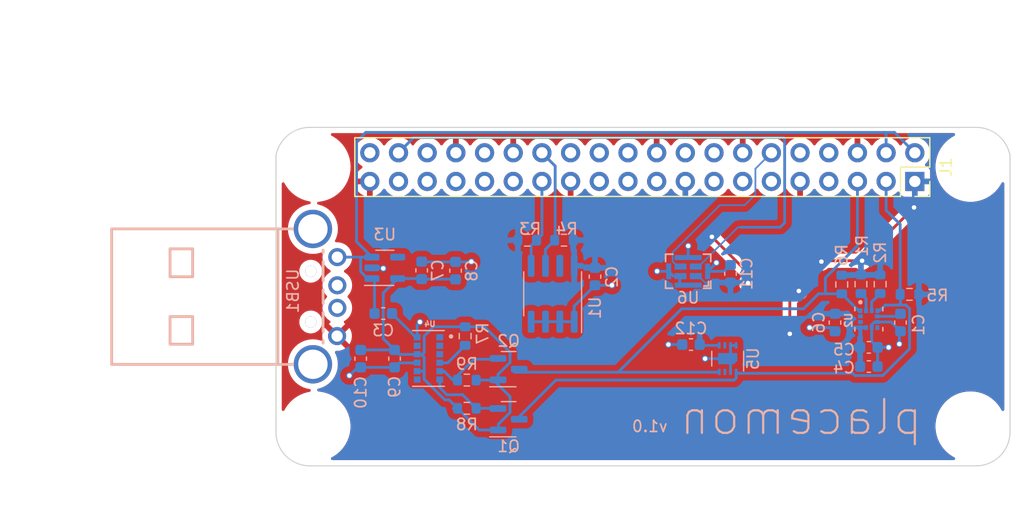
<source format=kicad_pcb>
(kicad_pcb (version 20211014) (generator pcbnew)
  (layers (0 "F.Cu" signal) (31 "B.Cu" signal) (34 "B.Paste" user) (35 "F.Paste" user) (36 "B.SilkS" user "B.Silkscreen") (37 "F.SilkS" user "F.Silkscreen") (38 "B.Mask" user) (39 "F.Mask" user) (44 "Edge.Cuts" user))
  (net 0 "")
  (net 1 "+3V3")
  (net 2 "GND")
  (net 3 "SDA")
  (net 4 "SCK")
  (net 5 "+5V")
  (net 20 "ID_SD")
  (net 21 "ID_SC")
  (net 30 "clock")
  (net 31 "data")
  (net 32 "Net-(R2-Pad2)")
  (net 37 "Net-(C1-Pad1)")
  (net 38 "+2V8")
  (net 40 "SDA_2V8")
  (net 41 "SCK_2V8")
  (net 42 "Net-(R1-Pad2)")
  (net 43 "Net-(R7-Pad2)")
  (footprint "RPi_Hat:RPi_Hat_Mounting_Hole" (layer "F.Cu") (at 74 28)
    (fp_text reference "" hide)
    (fp_text value "" hide)
    (pad "" np_thru_hole circle locked (at 0 0) (size 2.75 2.75) (drill 2.75) (layers *.Cu *.Mask) (clearance 1.725))
  )
  (footprint "RPi_Hat:RPi_Hat_Mounting_Hole" (layer "F.Cu") (at 16 28)
    (fp_text reference "" hide)
    (fp_text value "" hide)
    (pad "" np_thru_hole circle locked (at 0 0) (size 2.75 2.75) (drill 2.75) (layers *.Cu *.Mask) (clearance 1.725))
  )
  (footprint "RPi_Hat:RPi_Hat_Mounting_Hole" (layer "F.Cu") (at 74 51)
    (fp_text reference "" hide)
    (fp_text value "" hide)
    (pad "" np_thru_hole circle locked (at 0 0) (size 2.75 2.75) (drill 2.75) (layers *.Cu *.Mask) (clearance 1.725))
  )
  (footprint "RPi_Hat:RPi_Hat_Mounting_Hole" (layer "F.Cu") (at 16 51)
    (fp_text reference "" hide)
    (fp_text value "" hide)
    (pad "" np_thru_hole circle locked (at 0 0) (size 2.75 2.75) (drill 2.75) (layers *.Cu *.Mask) (clearance 1.725))
  )
  (footprint "Connector_PinSocket_2.54mm:PinSocket_2x20_P2.54mm_Vertical" (layer "F.Cu") (at 69.07 29.29 -90)
    (fp_text reference "J1" (at -1.27 -2.77 90) (layer "F.SilkS"))
    (fp_text value "RPi_GPIO")
    (pad "1" thru_hole rect (at 0 0 270) (size 1.7 1.7) (drill 1) (layers *.Cu *.Mask) (net 1 "+3V3"))
    (pad "2" thru_hole oval (at -2.54 0 270) (size 1.7 1.7) (drill 1) (layers *.Cu *.Mask) (net 5 "+5V"))
    (pad "3" thru_hole oval (at 0 2.54 270) (size 1.7 1.7) (drill 1) (layers *.Cu *.Mask) (net 3 "SDA"))
    (pad "4" thru_hole oval (at -2.54 2.54 270) (size 1.7 1.7) (drill 1) (layers *.Cu *.Mask) (net 5 "+5V"))
    (pad "5" thru_hole oval (at 0 5.08 270) (size 1.7 1.7) (drill 1) (layers *.Cu *.Mask) (net 4 "SCK"))
    (pad "6" thru_hole oval (at -2.54 5.08 270) (size 1.7 1.7) (drill 1) (layers *.Cu *.Mask) (net 2 "GND"))
    (pad "7" thru_hole oval (at 0 7.62 270) (size 1.7 1.7) (drill 1) (layers *.Cu *.Mask))
    (pad "8" thru_hole oval (at -2.54 7.62 270) (size 1.7 1.7) (drill 1) (layers *.Cu *.Mask))
    (pad "9" thru_hole oval (at 0 10.16 270) (size 1.7 1.7) (drill 1) (layers *.Cu *.Mask) (net 2 "GND"))
    (pad "10" thru_hole oval (at -2.54 10.16 270) (size 1.7 1.7) (drill 1) (layers *.Cu *.Mask))
    (pad "11" thru_hole oval (at 0 12.7 270) (size 1.7 1.7) (drill 1) (layers *.Cu *.Mask))
    (pad "12" thru_hole oval (at -2.54 12.7 270) (size 1.7 1.7) (drill 1) (layers *.Cu *.Mask) (net 30 "clock"))
    (pad "13" thru_hole oval (at 0 15.24 270) (size 1.7 1.7) (drill 1) (layers *.Cu *.Mask))
    (pad "14" thru_hole oval (at -2.54 15.24 270) (size 1.7 1.7) (drill 1) (layers *.Cu *.Mask) (net 2 "GND"))
    (pad "15" thru_hole oval (at 0 17.78 270) (size 1.7 1.7) (drill 1) (layers *.Cu *.Mask))
    (pad "16" thru_hole oval (at -2.54 17.78 270) (size 1.7 1.7) (drill 1) (layers *.Cu *.Mask))
    (pad "17" thru_hole oval (at 0 20.32 270) (size 1.7 1.7) (drill 1) (layers *.Cu *.Mask) (net 1 "+3V3"))
    (pad "18" thru_hole oval (at -2.54 20.32 270) (size 1.7 1.7) (drill 1) (layers *.Cu *.Mask))
    (pad "19" thru_hole oval (at 0 22.86 270) (size 1.7 1.7) (drill 1) (layers *.Cu *.Mask))
    (pad "20" thru_hole oval (at -2.54 22.86 270) (size 1.7 1.7) (drill 1) (layers *.Cu *.Mask) (net 2 "GND"))
    (pad "21" thru_hole oval (at 0 25.4 270) (size 1.7 1.7) (drill 1) (layers *.Cu *.Mask))
    (pad "22" thru_hole oval (at -2.54 25.4 270) (size 1.7 1.7) (drill 1) (layers *.Cu *.Mask))
    (pad "23" thru_hole oval (at 0 27.94 270) (size 1.7 1.7) (drill 1) (layers *.Cu *.Mask))
    (pad "24" thru_hole oval (at -2.54 27.94 270) (size 1.7 1.7) (drill 1) (layers *.Cu *.Mask))
    (pad "25" thru_hole oval (at 0 30.48 270) (size 1.7 1.7) (drill 1) (layers *.Cu *.Mask) (net 2 "GND"))
    (pad "26" thru_hole oval (at -2.54 30.48 270) (size 1.7 1.7) (drill 1) (layers *.Cu *.Mask))
    (pad "27" thru_hole oval (at 0 33.02 270) (size 1.7 1.7) (drill 1) (layers *.Cu *.Mask) (net 20 "ID_SD"))
    (pad "28" thru_hole oval (at -2.54 33.02 270) (size 1.7 1.7) (drill 1) (layers *.Cu *.Mask) (net 21 "ID_SC"))
    (pad "29" thru_hole oval (at 0 35.56 270) (size 1.7 1.7) (drill 1) (layers *.Cu *.Mask))
    (pad "30" thru_hole oval (at -2.54 35.56 270) (size 1.7 1.7) (drill 1) (layers *.Cu *.Mask) (net 2 "GND"))
    (pad "31" thru_hole oval (at 0 38.1 270) (size 1.7 1.7) (drill 1) (layers *.Cu *.Mask))
    (pad "32" thru_hole oval (at -2.54 38.1 270) (size 1.7 1.7) (drill 1) (layers *.Cu *.Mask))
    (pad "33" thru_hole oval (at 0 40.64 270) (size 1.7 1.7) (drill 1) (layers *.Cu *.Mask))
    (pad "34" thru_hole oval (at -2.54 40.64 270) (size 1.7 1.7) (drill 1) (layers *.Cu *.Mask) (net 2 "GND"))
    (pad "35" thru_hole oval (at 0 43.18 270) (size 1.7 1.7) (drill 1) (layers *.Cu *.Mask))
    (pad "36" thru_hole oval (at -2.54 43.18 270) (size 1.7 1.7) (drill 1) (layers *.Cu *.Mask))
    (pad "37" thru_hole oval (at 0 45.72 270) (size 1.7 1.7) (drill 1) (layers *.Cu *.Mask))
    (pad "38" thru_hole oval (at -2.54 45.72 270) (size 1.7 1.7) (drill 1) (layers *.Cu *.Mask) (net 31 "data"))
    (pad "39" thru_hole oval (at 0 48.26 270) (size 1.7 1.7) (drill 1) (layers *.Cu *.Mask) (net 2 "GND"))
    (pad "40" thru_hole oval (at -2.54 48.26 270) (size 1.7 1.7) (drill 1) (layers *.Cu *.Mask))
  )
  (footprint "Resistor_SMD:R_0603_1608Metric" (layer "B.Cu") (at 68.6 39.3 180)
    (fp_text reference "R5" (at -2.475 -0.1) (layer "B.SilkS") (effects (justify mirror)))
    (fp_text value "3.9K")
    (pad "1" smd roundrect (at -0.825 0 180) (size 0.8 0.95) (layers "B.Cu" "B.Paste" "B.Mask") (net 1 "+3V3"))
    (pad "2" smd roundrect (at 0.825 0 180) (size 0.8 0.95) (layers "B.Cu" "B.Paste" "B.Mask") (net 3 "SDA"))
  )
  (footprint "Capacitor_SMD:C_0603_1608Metric" (layer "B.Cu") (at 65 45.7)
    (fp_text reference "C4" (at -2.2 0.1) (layer "B.SilkS") (effects (justify mirror)))
    (fp_text value "10uF")
    (pad "1" smd roundrect (at -0.775 0) (size 0.9 0.95) (layers "B.Cu" "B.Paste" "B.Mask") (net 1 "+3V3"))
    (pad "2" smd roundrect (at 0.775 0) (size 0.9 0.95) (layers "B.Cu" "B.Paste" "B.Mask") (net 2 "GND"))
  )
  (footprint "Resistor_SMD:R_0603_1608Metric" (layer "B.Cu") (at 29.4 49.4)
    (fp_text reference "R8" (at 0 1.43) (layer "B.SilkS") (effects (justify mirror)))
    (fp_text value "3.9K")
    (pad "1" smd roundrect (at -0.825 0) (size 0.8 0.95) (layers "B.Cu" "B.Paste" "B.Mask") (net 38 "+2V8"))
    (pad "2" smd roundrect (at 0.825 0) (size 0.8 0.95) (layers "B.Cu" "B.Paste" "B.Mask") (net 40 "SDA_2V8"))
  )
  (footprint "Package_TO_SOT_SMD:SOT-23-5" (layer "B.Cu") (at 22.1375 36.95)
    (fp_text reference "U3" (at 0 -2.95) (layer "B.SilkS") (effects (justify mirror)))
    (fp_text value "LP5907MFX-2.8")
    (pad "1" smd roundrect (at -1.1375 0.95) (size 1.325 0.6) (layers "B.Cu" "B.Paste" "B.Mask") (net 5 "+5V"))
    (pad "2" smd roundrect (at -1.1375 0) (size 1.325 0.6) (layers "B.Cu" "B.Paste" "B.Mask") (net 2 "GND"))
    (pad "3" smd roundrect (at -1.1375 -0.95) (size 1.325 0.6) (layers "B.Cu" "B.Paste" "B.Mask") (net 5 "+5V"))
    (pad "4" smd roundrect (at 1.1375 -0.95) (size 1.325 0.6) (layers "B.Cu" "B.Paste" "B.Mask"))
    (pad "5" smd roundrect (at 1.1375 0.95) (size 1.325 0.6) (layers "B.Cu" "B.Paste" "B.Mask") (net 38 "+2V8"))
  )
  (footprint "Capacitor_SMD:C_0603_1608Metric" (layer "B.Cu") (at 20 45 -90)
    (fp_text reference "C10" (at 3 0 90) (layer "B.SilkS") (effects (justify mirror)))
    (fp_text value "4.7uF")
    (pad "1" smd roundrect (at -0.775 0 270) (size 0.9 0.95) (layers "B.Cu" "B.Paste" "B.Mask") (net 38 "+2V8"))
    (pad "2" smd roundrect (at 0.775 0 270) (size 0.9 0.95) (layers "B.Cu" "B.Paste" "B.Mask") (net 2 "GND"))
  )
  (footprint "Capacitor_SMD:C_0603_1608Metric" (layer "B.Cu") (at 28.4 37.2 90)
    (fp_text reference "C8" (at 0 1.43 90) (layer "B.SilkS") (effects (justify mirror)))
    (fp_text value "0.1uF")
    (pad "1" smd roundrect (at -0.775 0 90) (size 0.9 0.95) (layers "B.Cu" "B.Paste" "B.Mask") (net 38 "+2V8"))
    (pad "2" smd roundrect (at 0.775 0 90) (size 0.9 0.95) (layers "B.Cu" "B.Paste" "B.Mask") (net 2 "GND"))
  )
  (footprint "Resistor_SMD:R_0603_1608Metric" (layer "B.Cu") (at 38 34.5 180)
    (fp_text reference "R4" (at -0.25 1) (layer "B.SilkS") (effects (justify mirror)))
    (fp_text value "3.9K")
    (pad "1" smd roundrect (at -0.825 0 180) (size 0.8 0.95) (layers "B.Cu" "B.Paste" "B.Mask") (net 1 "+3V3"))
    (pad "2" smd roundrect (at 0.825 0 180) (size 0.8 0.95) (layers "B.Cu" "B.Paste" "B.Mask") (net 21 "ID_SC"))
  )
  (footprint "mic:PQFN50P200X200X100-12N" (layer "B.Cu") (at 65 41.5 -90)
    (fp_text reference "U2" (at 0.1 1.8 90) (layer "B.SilkS") (effects (font (size 0.64 0.64)) (justify mirror)))
    (fp_text value "LSM303AGR")
    (pad "1" smd rect locked (at -0.745 0.75 270) (size 0.43 0.35) (layers "B.Cu" "B.Paste" "B.Mask") (net 4 "SCK"))
    (pad "2" smd rect locked (at -0.745 0.25 270) (size 0.43 0.35) (layers "B.Cu" "B.Paste" "B.Mask") (net 42 "Net-(R1-Pad2)"))
    (pad "3" smd rect locked (at -0.745 -0.25 270) (size 0.43 0.35) (layers "B.Cu" "B.Paste" "B.Mask") (net 32 "Net-(R2-Pad2)"))
    (pad "4" smd rect locked (at -0.745 -0.75 270) (size 0.43 0.35) (layers "B.Cu" "B.Paste" "B.Mask") (net 3 "SDA"))
    (pad "5" smd rect locked (at -0.25 -0.745 180) (size 0.43 0.35) (layers "B.Cu" "B.Paste" "B.Mask") (net 37 "Net-(C1-Pad1)"))
    (pad "6" smd rect locked (at 0.25 -0.745 180) (size 0.43 0.35) (layers "B.Cu" "B.Paste" "B.Mask") (net 2 "GND"))
    (pad "7" smd rect locked (at 0.745 -0.75 270) (size 0.43 0.35) (layers "B.Cu" "B.Paste" "B.Mask"))
    (pad "8" smd rect locked (at 0.745 -0.25 270) (size 0.43 0.35) (layers "B.Cu" "B.Paste" "B.Mask") (net 2 "GND"))
    (pad "9" smd rect locked (at 0.745 0.25 270) (size 0.43 0.35) (layers "B.Cu" "B.Paste" "B.Mask") (net 1 "+3V3"))
    (pad "10" smd rect locked (at 0.745 0.75 270) (size 0.43 0.35) (layers "B.Cu" "B.Paste" "B.Mask") (net 1 "+3V3"))
    (pad "11" smd rect locked (at 0.25 0.745 180) (size 0.43 0.35) (layers "B.Cu" "B.Paste" "B.Mask"))
    (pad "12" smd rect locked (at -0.25 0.745 180) (size 0.43 0.35) (layers "B.Cu" "B.Paste" "B.Mask"))
  )
  (footprint "Package_SO:SOIC-8_3.9x4.9mm_P1.27mm" (layer "B.Cu") (at 37 39.25 90)
    (fp_text reference "U1" (at -1.25 3.75 90) (layer "B.SilkS") (effects (justify mirror)))
    (fp_text value "CAT24C128")
    (pad "1" smd roundrect (at -2.475 1.905 90) (size 1.95 0.6) (layers "B.Cu" "B.Paste" "B.Mask") (net 2 "GND"))
    (pad "2" smd roundrect (at -2.475 0.635 90) (size 1.95 0.6) (layers "B.Cu" "B.Paste" "B.Mask") (net 2 "GND"))
    (pad "3" smd roundrect (at -2.475 -0.635 90) (size 1.95 0.6) (layers "B.Cu" "B.Paste" "B.Mask") (net 2 "GND"))
    (pad "4" smd roundrect (at -2.475 -1.905 90) (size 1.95 0.6) (layers "B.Cu" "B.Paste" "B.Mask") (net 2 "GND"))
    (pad "5" smd roundrect (at 2.475 -1.905 90) (size 1.95 0.6) (layers "B.Cu" "B.Paste" "B.Mask") (net 20 "ID_SD"))
    (pad "6" smd roundrect (at 2.475 -0.635 90) (size 1.95 0.6) (layers "B.Cu" "B.Paste" "B.Mask") (net 21 "ID_SC"))
    (pad "7" smd roundrect (at 2.475 0.635 90) (size 1.95 0.6) (layers "B.Cu" "B.Paste" "B.Mask"))
    (pad "8" smd roundrect (at 2.475 1.905 90) (size 1.95 0.6) (layers "B.Cu" "B.Paste" "B.Mask") (net 1 "+3V3"))
  )
  (footprint "mic:GMA4030H11-F26" (layer "B.Cu") (at 49 37.25)
    (fp_text reference "U6" (at 0 2.35) (layer "B.SilkS") (effects (justify mirror)))
    (fp_text value "GMA4030H11-F26")
    (pad "1" smd rect locked (at 0.675083 0.434455) (size 1.050013 0.550013) (layers "B.Cu" "B.Paste" "B.Mask") (net 1 "+3V3"))
    (pad "2" smd rect locked (at -0.675184 0.434455) (size 1.050013 0.550013) (layers "B.Cu" "B.Paste" "B.Mask") (net 2 "GND"))
    (pad "3" smd rect locked (at -0.675184 -0.415431) (size 1.050013 0.550013) (layers "B.Cu" "B.Paste" "B.Mask") (net 30 "clock"))
    (pad "4" smd rect locked (at 0.675083 -0.415431) (size 1.050013 0.550013) (layers "B.Cu" "B.Paste" "B.Mask") (net 31 "data"))
    (pad "5" smd rect locked (at 1.724867 0.009512) (size 0.450013 1.4) (layers "B.Cu" "B.Paste" "B.Mask") (net 2 "GND"))
    (pad "6" smd rect locked (at -0.000051 1.234557) (size 2.4 0.450013) (layers "B.Cu" "B.Paste" "B.Mask") (net 2 "GND"))
    (pad "7" smd rect locked (at -1.724968 0.009512) (size 0.450013 1.4) (layers "B.Cu" "B.Paste" "B.Mask") (net 2 "GND"))
    (pad "8" smd rect locked (at -0.000051 -1.215532) (size 2.4 0.450013) (layers "B.Cu" "B.Paste" "B.Mask") (net 2 "GND"))
  )
  (footprint "Resistor_SMD:R_0603_1608Metric" (layer "B.Cu") (at 29.25 43 -90)
    (fp_text reference "R7" (at -0.237258 -1.55 90) (layer "B.SilkS") (effects (justify mirror)))
    (fp_text value "47K")
    (pad "1" smd roundrect (at -0.825 0 270) (size 0.8 0.95) (layers "B.Cu" "B.Paste" "B.Mask") (net 38 "+2V8"))
    (pad "2" smd roundrect (at 0.825 0 270) (size 0.8 0.95) (layers "B.Cu" "B.Paste" "B.Mask") (net 43 "Net-(R7-Pad2)"))
  )
  (footprint "Package_TO_SOT_SMD:SOT-23" (layer "B.Cu") (at 33.1 45.93)
    (fp_text reference "Q2" (at 0 -2.5) (layer "B.SilkS") (effects (justify mirror)))
    (fp_text value "BSS138")
    (pad "1" smd roundrect (at -0.9375 0.95) (size 1.475 0.6) (layers "B.Cu" "B.Paste" "B.Mask") (net 38 "+2V8"))
    (pad "2" smd roundrect (at -0.9375 -0.95) (size 1.475 0.6) (layers "B.Cu" "B.Paste" "B.Mask") (net 41 "SCK_2V8"))
    (pad "3" smd roundrect (at 0.9375 0) (size 1.475 0.6) (layers "B.Cu" "B.Paste" "B.Mask") (net 4 "SCK"))
  )
  (footprint "Capacitor_SMD:C_0603_1608Metric" (layer "B.Cu") (at 52.75 37.475 90)
    (fp_text reference "C11" (at 0 1.43 90) (layer "B.SilkS") (effects (justify mirror)))
    (fp_text value "0.1uF")
    (pad "1" smd roundrect (at -0.775 0 90) (size 0.9 0.95) (layers "B.Cu" "B.Paste" "B.Mask") (net 1 "+3V3"))
    (pad "2" smd roundrect (at 0.775 0 90) (size 0.9 0.95) (layers "B.Cu" "B.Paste" "B.Mask") (net 2 "GND"))
  )
  (footprint "Sensor_Humidity:Sensirion_DFN-8-1EP_2.5x2.5mm_P0.5mm_EP1.1x1.7mm" (layer "B.Cu") (at 52.5 45 90)
    (fp_text reference "U5" (at 0 2.25 90) (layer "B.SilkS") (effects (justify mirror)))
    (fp_text value "SHT30-DIS")
    (pad "1" smd rect (at -1.175 0.75 90) (size 0.55 0.25) (layers "B.Cu" "B.Paste" "B.Mask") (net 3 "SDA"))
    (pad "2" smd rect (at -1.175 0.25 90) (size 0.55 0.25) (layers "B.Cu" "B.Paste" "B.Mask") (net 2 "GND"))
    (pad "3" smd rect (at -1.175 -0.25 90) (size 0.55 0.25) (layers "B.Cu" "B.Paste" "B.Mask"))
    (pad "4" smd rect (at -1.175 -0.75 270) (size 0.55 0.25) (layers "B.Cu" "B.Paste" "B.Mask") (net 4 "SCK"))
    (pad "5" smd rect (at 1.175 -0.75 90) (size 0.55 0.25) (layers "B.Cu" "B.Paste" "B.Mask") (net 1 "+3V3"))
    (pad "6" smd rect (at 1.175 -0.25 90) (size 0.55 0.25) (layers "B.Cu" "B.Paste" "B.Mask"))
    (pad "7" smd rect (at 1.175 0.25 90) (size 0.55 0.25) (layers "B.Cu" "B.Paste" "B.Mask") (net 2 "GND"))
    (pad "8" smd rect (at 1.175 0.75 90) (size 0.55 0.25) (layers "B.Cu" "B.Paste" "B.Mask") (net 2 "GND"))
    (pad "9" smd custom (at 0 0 90) (size 1 1) (layers "B.Cu" "B.Mask") (net 2 "GND") (options (clearance outline) (anchor circle)) (primitives (gr_poly (pts (xy 0.5 -0.85) (xy -0.5 -0.85) (xy -0.5 0.55) (xy -0.2 0.85) (xy 0.5 0.85)) (width 0) (fill yes))))
  )
  (footprint "Capacitor_SMD:C_0603_1608Metric" (layer "B.Cu") (at 22 41)
    (fp_text reference "C3" (at 0 1.5) (layer "B.SilkS") (effects (justify mirror)))
    (fp_text value "10uF")
    (pad "1" smd roundrect (at -0.775 0) (size 0.9 0.95) (layers "B.Cu" "B.Paste" "B.Mask") (net 5 "+5V"))
    (pad "2" smd roundrect (at 0.775 0) (size 0.9 0.95) (layers "B.Cu" "B.Paste" "B.Mask") (net 2 "GND"))
  )
  (footprint "Capacitor_SMD:C_0603_1608Metric" (layer "B.Cu") (at 62 41.8 -90)
    (fp_text reference "C6" (at 0 1.43 -270) (layer "B.SilkS") (effects (justify mirror)))
    (fp_text value "100nF")
    (pad "1" smd roundrect (at -0.775 0 270) (size 0.9 0.95) (layers "B.Cu" "B.Paste" "B.Mask") (net 1 "+3V3"))
    (pad "2" smd roundrect (at 0.775 0 270) (size 0.9 0.95) (layers "B.Cu" "B.Paste" "B.Mask") (net 2 "GND"))
  )
  (footprint "Resistor_SMD:R_0603_1608Metric" (layer "B.Cu") (at 66 38.4 -90)
    (fp_text reference "R2" (at -2.8 0 -270) (layer "B.SilkS") (effects (justify mirror)))
    (fp_text value "10K")
    (pad "1" smd roundrect (at -0.825 0 270) (size 0.8 0.95) (layers "B.Cu" "B.Paste" "B.Mask") (net 1 "+3V3"))
    (pad "2" smd roundrect (at 0.825 0 270) (size 0.8 0.95) (layers "B.Cu" "B.Paste" "B.Mask") (net 32 "Net-(R2-Pad2)"))
  )
  (footprint "Resistor_SMD:R_0603_1608Metric" (layer "B.Cu") (at 29.4 46.9 180)
    (fp_text reference "R9" (at 0 1.43) (layer "B.SilkS") (effects (justify mirror)))
    (fp_text value "3.9K")
    (pad "1" smd roundrect (at -0.825 0 180) (size 0.8 0.95) (layers "B.Cu" "B.Paste" "B.Mask") (net 38 "+2V8"))
    (pad "2" smd roundrect (at 0.825 0 180) (size 0.8 0.95) (layers "B.Cu" "B.Paste" "B.Mask") (net 41 "SCK_2V8"))
  )
  (footprint "Capacitor_SMD:C_0603_1608Metric" (layer "B.Cu") (at 67.8 41.8 -90)
    (fp_text reference "C1" (at 0.2 -1.6 90) (layer "B.SilkS") (effects (justify mirror)))
    (fp_text value "220nF")
    (pad "1" smd roundrect (at -0.775 0 270) (size 0.9 0.95) (layers "B.Cu" "B.Paste" "B.Mask") (net 37 "Net-(C1-Pad1)"))
    (pad "2" smd roundrect (at 0.775 0 270) (size 0.9 0.95) (layers "B.Cu" "B.Paste" "B.Mask") (net 2 "GND"))
  )
  (footprint "Package_TO_SOT_SMD:SOT-23" (layer "B.Cu") (at 33.1 50.37)
    (fp_text reference "Q1" (at 0 2.4) (layer "B.SilkS") (effects (justify mirror)))
    (fp_text value "BSS138")
    (pad "1" smd roundrect (at -0.9375 0.95) (size 1.475 0.6) (layers "B.Cu" "B.Paste" "B.Mask") (net 38 "+2V8"))
    (pad "2" smd roundrect (at -0.9375 -0.95) (size 1.475 0.6) (layers "B.Cu" "B.Paste" "B.Mask") (net 40 "SDA_2V8"))
    (pad "3" smd roundrect (at 0.9375 0) (size 1.475 0.6) (layers "B.Cu" "B.Paste" "B.Mask") (net 3 "SDA"))
  )
  (footprint "Capacitor_SMD:C_0603_1608Metric" (layer "B.Cu") (at 65 44)
    (fp_text reference "C5" (at -2.2 0.2) (layer "B.SilkS") (effects (justify mirror)))
    (fp_text value "100nF")
    (pad "1" smd roundrect (at -0.775 0) (size 0.9 0.95) (layers "B.Cu" "B.Paste" "B.Mask") (net 1 "+3V3"))
    (pad "2" smd roundrect (at 0.775 0) (size 0.9 0.95) (layers "B.Cu" "B.Paste" "B.Mask") (net 2 "GND"))
  )
  (footprint "Capacitor_SMD:C_0603_1608Metric" (layer "B.Cu") (at 25.4 37.175 90)
    (fp_text reference "C7" (at 0 1.43 90) (layer "B.SilkS") (effects (justify mirror)))
    (fp_text value "10uF")
    (pad "1" smd roundrect (at -0.775 0 90) (size 0.9 0.95) (layers "B.Cu" "B.Paste" "B.Mask") (net 38 "+2V8"))
    (pad "2" smd roundrect (at 0.775 0 90) (size 0.9 0.95) (layers "B.Cu" "B.Paste" "B.Mask") (net 2 "GND"))
  )
  (footprint "Capacitor_SMD:C_0603_1608Metric" (layer "B.Cu") (at 40.75 37.725 -90)
    (fp_text reference "C2" (at 0.025 -1.5 90) (layer "B.SilkS") (effects (justify mirror)))
    (fp_text value "100n")
    (pad "1" smd roundrect (at -0.775 0 270) (size 0.9 0.95) (layers "B.Cu" "B.Paste" "B.Mask") (net 1 "+3V3"))
    (pad "2" smd roundrect (at 0.775 0 270) (size 0.9 0.95) (layers "B.Cu" "B.Paste" "B.Mask") (net 2 "GND"))
  )
  (footprint "Resistor_SMD:R_0603_1608Metric" (layer "B.Cu") (at 34.75 34.5)
    (fp_text reference "R3" (at 0.25 -1) (layer "B.SilkS") (effects (justify mirror)))
    (fp_text value "3.9K")
    (pad "1" smd roundrect (at -0.825 0) (size 0.8 0.95) (layers "B.Cu" "B.Paste" "B.Mask") (net 1 "+3V3"))
    (pad "2" smd roundrect (at 0.825 0) (size 0.8 0.95) (layers "B.Cu" "B.Paste" "B.Mask") (net 20 "ID_SD"))
  )
  (footprint "Resistor_SMD:R_0603_1608Metric" (layer "B.Cu") (at 62.6 38.425 -90)
    (fp_text reference "R6" (at -2.6 0 90) (layer "B.SilkS") (effects (justify mirror)))
    (fp_text value "3.9K")
    (pad "1" smd roundrect (at -0.825 0 270) (size 0.8 0.95) (layers "B.Cu" "B.Paste" "B.Mask") (net 1 "+3V3"))
    (pad "2" smd roundrect (at 0.825 0 270) (size 0.8 0.95) (layers "B.Cu" "B.Paste" "B.Mask") (net 4 "SCK"))
  )
  (footprint "Capacitor_SMD:C_0603_1608Metric" (layer "B.Cu") (at 49.25 43.75 180)
    (fp_text reference "C12" (at 0 1.43) (layer "B.SilkS") (effects (justify mirror)))
    (fp_text value "0.1uF")
    (pad "1" smd roundrect (at -0.775 0 180) (size 0.9 0.95) (layers "B.Cu" "B.Paste" "B.Mask") (net 1 "+3V3"))
    (pad "2" smd roundrect (at 0.775 0 180) (size 0.9 0.95) (layers "B.Cu" "B.Paste" "B.Mask") (net 2 "GND"))
  )
  (footprint "mic:XDCR_VL6180V1NR_1" (layer "B.Cu") (at 26 44.98 180)
    (fp_text reference "U4" (at -0.126 3.0548) (layer "B.SilkS") (effects (font (size 0.48 0.48)) (justify mirror)))
    (fp_text value "VL6180V1NR/1")
    (pad "1" smd rect locked (at -1 1.875 180) (size 0.6 0.55) (layers "B.Cu" "B.Paste" "B.Mask"))
    (pad "2" smd rect locked (at -1 1.125 180) (size 0.6 0.55) (layers "B.Cu" "B.Paste" "B.Mask"))
    (pad "3" smd rect locked (at -1 0.375 180) (size 0.6 0.55) (layers "B.Cu" "B.Paste" "B.Mask"))
    (pad "4" smd rect locked (at -1 -0.375 180) (size 0.6 0.55) (layers "B.Cu" "B.Paste" "B.Mask") (net 43 "Net-(R7-Pad2)"))
    (pad "5" smd rect locked (at -1 -1.125 180) (size 0.6 0.55) (layers "B.Cu" "B.Paste" "B.Mask") (net 41 "SCK_2V8"))
    (pad "6" smd rect locked (at -1 -1.875 180) (size 0.6 0.55) (layers "B.Cu" "B.Paste" "B.Mask") (net 40 "SDA_2V8"))
    (pad "7" smd rect locked (at 1 -1.875 180) (size 0.6 0.55) (layers "B.Cu" "B.Paste" "B.Mask"))
    (pad "8" smd rect locked (at 1 -1.125 180) (size 0.6 0.55) (layers "B.Cu" "B.Paste" "B.Mask") (net 38 "+2V8"))
    (pad "9" smd rect locked (at 1 -0.375 180) (size 0.6 0.55) (layers "B.Cu" "B.Paste" "B.Mask") (net 2 "GND"))
    (pad "10" smd rect locked (at 1 0.375 180) (size 0.6 0.55) (layers "B.Cu" "B.Paste" "B.Mask") (net 38 "+2V8"))
    (pad "11" smd rect locked (at 1 1.125 180) (size 0.6 0.55) (layers "B.Cu" "B.Paste" "B.Mask"))
    (pad "12" smd rect locked (at 1 1.875 180) (size 0.6 0.55) (layers "B.Cu" "B.Paste" "B.Mask") (net 2 "GND"))
  )
  (footprint "Capacitor_SMD:C_0603_1608Metric" (layer "B.Cu") (at 23 45 -90)
    (fp_text reference "C9" (at 2.5 0 90) (layer "B.SilkS") (effects (justify mirror)))
    (fp_text value "100nF")
    (pad "1" smd roundrect (at -0.775 0 270) (size 0.9 0.95) (layers "B.Cu" "B.Paste" "B.Mask") (net 38 "+2V8"))
    (pad "2" smd roundrect (at 0.775 0 270) (size 0.9 0.95) (layers "B.Cu" "B.Paste" "B.Mask") (net 2 "GND"))
  )
  (footprint "Resistor_SMD:R_0603_1608Metric" (layer "B.Cu") (at 64.3 38.4 -90)
    (fp_text reference "R1" (at -3.4 -0.1 -270) (layer "B.SilkS") (effects (justify mirror)))
    (fp_text value "10K")
    (pad "1" smd roundrect (at -0.825 0 270) (size 0.8 0.95) (layers "B.Cu" "B.Paste" "B.Mask") (net 1 "+3V3"))
    (pad "2" smd roundrect (at 0.825 0 270) (size 0.8 0.95) (layers "B.Cu" "B.Paste" "B.Mask") (net 42 "Net-(R1-Pad2)"))
  )
  (footprint "mic:USB-AM-TH_AM90" (layer "B.Cu") (at 16.85 39.5 90)
    (fp_text reference "USB1" (at 0.5 -2.85 90) (layer "B.SilkS") (effects (justify mirror)))
    (fp_text value "AM90")
    (pad "" thru_hole circle locked (at -2.25 -1.27 90) (size 1 1) (drill 1) (layers *.Cu *.Mask))
    (pad "" thru_hole circle locked (at 2.25 -1.27 90) (size 1 1) (drill 1) (layers *.Cu *.Mask))
    (pad "1" thru_hole circle locked (at 3.5 1.08 180) (size 1.6 1.6) (drill 0.999998) (layers *.Cu *.Paste *.Mask) (net 5 "+5V"))
    (pad "2" thru_hole circle locked (at 1 1.08 180) (size 1.6 1.6) (drill 0.999998) (layers *.Cu *.Paste *.Mask))
    (pad "3" thru_hole circle locked (at -1 1.08 180) (size 1.6 1.6) (drill 0.999998) (layers *.Cu *.Paste *.Mask))
    (pad "4" thru_hole circle locked (at -3.5 1.06 180) (size 1.6 1.6) (drill 0.999998) (layers *.Cu *.Paste *.Mask) (net 2 "GND"))
    (pad "MH1" thru_hole circle locked (at 6 -1.08 180) (size 3.4 3.4) (drill 2.599995) (layers *.Cu *.Paste *.Mask))
    (pad "MH2" thru_hole circle locked (at -6 -1.08 180) (size 3.4 3.4) (drill 2.599995) (layers *.Cu *.Paste *.Mask))
  )
  (gr_arc (start 15.5 54.5) (mid 13.37868 53.62132) (end 12.5 51.5) (layer "Edge.Cuts") (width 0.1))
  (gr_arc (start 77.5 51.5) (mid 76.62132 53.62132) (end 74.5 54.5) (layer "Edge.Cuts") (width 0.1))
  (gr_arc (start 74.5 24.5) (mid 76.452562 25.206925) (end 77.5 27) (layer "Edge.Cuts") (width 0.1))
  (gr_line (start 15.5 24.5) (end 74.5 24.5) (layer "Edge.Cuts") (width 0.1))
  (gr_arc (start 12.5 27) (mid 13.547438 25.206925) (end 15.5 24.5) (layer "Edge.Cuts") (width 0.1))
  (gr_line (start 12.5 27) (end 12.5 51.5) (layer "Edge.Cuts") (width 0.1))
  (gr_line (start 77.5 27) (end 77.5 51.5) (layer "Edge.Cuts") (width 0.1))
  (gr_line (start 15.5 54.5) (end 74.5 54.5) (layer "Edge.Cuts") (width 0.1))
  (gr_text "v1.0" (at 45.6 51) (layer "B.SilkS") (effects (font (size 1 1)) (justify mirror)))
  (gr_text "placemon" (at 59 50.2) (layer "B.SilkS") (effects (font (size 3 3) (thickness 0.2)) (justify mirror)))
  (segment (start 58.8 39) (end 58 39.8) (width 0.25) (layer "F.Cu") (net 1))
  (segment (start 60.8 36.4) (end 60.879773 36.320227) (width 0.25) (layer "F.Cu") (net 1))
  (segment (start 58 39.8) (end 58 42.8) (width 0.25) (layer "F.Cu") (net 1))
  (segment (start 69 31.6) (end 64.4 36.2) (width 0.25) (layer "F.Cu") (net 1))
  (segment (start 64.4 36.2) (end 64.4 36.320227) (width 0.25) (layer "F.Cu") (net 1))
  (segment (start 51.1 34.2) (end 54.3 37.4) (width 0.25) (layer "F.Cu") (net 1))
  (segment (start 54.3 37.4) (end 54.3 38.3) (width 0.25) (layer "F.Cu") (net 1))
  (segment (start 60.879773 36.320227) (end 64.4 36.320227) (width 0.25) (layer "F.Cu") (net 1))
  (via (at 58 42.8) (size 0.6) (drill 0.4) (layers "F.Cu" "B.Cu") (net 1))
  (via (at 51.1 34.2) (size 0.6) (drill 0.4) (layers "F.Cu" "B.Cu") (net 1))
  (via (at 58.8 39) (size 0.6) (drill 0.4) (layers "F.Cu" "B.Cu") (net 1))
  (via (at 54.3 38.3) (size 0.6) (drill 0.4) (layers "F.Cu" "B.Cu") (net 1))
  (via (at 64.4 36.320227) (size 0.6) (drill 0.4) (layers "F.Cu" "B.Cu") (net 1))
  (via (at 60.8 36.4) (size 0.6) (drill 0.4) (layers "F.Cu" "B.Cu") (net 1))
  (via (at 69 31.6) (size 0.6) (drill 0.4) (layers "F.Cu" "B.Cu") (net 1))
  (segment (start 51.75 43.825) (end 50.1 43.825) (width 0.25) (layer "B.Cu") (net 1))
  (segment (start 62 41.025) (end 59.775 41.025) (width 0.25) (layer "B.Cu") (net 1))
  (segment (start 58.8 38.6) (end 58.8 39) (width 0.25) (layer "B.Cu") (net 1))
  (segment (start 38.825 34.5) (end 38.825 36.695) (width 0.25) (layer "B.Cu") (net 1))
  (segment (start 69.07 29.29) (end 69.07 31.53) (width 0.25) (layer "B.Cu") (net 1))
  (segment (start 49.925083 37.684455) (end 50.490628 38.25) (width 0.15) (layer "B.Cu") (net 1))
  (segment (start 50.490628 38.25) (end 52.75 38.25) (width 0.15) (layer "B.Cu") (net 1))
  (segment (start 59.775 41.025) (end 58 42.8) (width 0.25) (layer "B.Cu") (net 1))
  (segment (start 60.8 36.4) (end 60.8 36.6) (width 0.25) (layer "B.Cu") (net 1))
  (segment (start 64.75 42.245) (end 64.25 42.245) (width 0.25) (layer "B.Cu") (net 1))
  (segment (start 38.825 36.695) (end 38.905 36.775) (width 0.25) (layer "B.Cu") (net 1))
  (segment (start 64.4 37.475) (end 64.4 36.320227) (width 0.25) (layer "B.Cu") (net 1))
  (segment (start 49.875782 37.684455) (end 49.675083 37.684455) (width 0.25) (layer "B.Cu") (net 1))
  (segment (start 64.3 37.575) (end 64.4 37.475) (width 0.25) (layer "B.Cu") (net 1))
  (segment (start 52.8 38.3) (end 52.75 38.25) (width 0.25) (layer "B.Cu") (net 1))
  (segment (start 40.575 36.775) (end 40.75 36.95) (width 0.25) (layer "B.Cu") (net 1))
  (segment (start 50.1 43.825) (end 50.025 43.75) (width 0.25) (layer "B.Cu") (net 1))
  (segment (start 54.3 38.3) (end 52.8 38.3) (width 0.25) (layer "B.Cu") (net 1))
  (segment (start 38.905 36.775) (end 40.575 36.775) (width 0.25) (layer "B.Cu") (net 1))
  (segment (start 60.8 36.6) (end 58.8 38.6) (width 0.25) (layer "B.Cu") (net 1))
  (segment (start 38.905 37.151072) (end 38.905 36.775) (width 0.25) (layer "B.Cu") (net 1))
  (segment (start 49.675083 37.684455) (end 49.925083 37.684455) (width 0.15) (layer "B.Cu") (net 1))
  (segment (start 69.07 31.53) (end 69 31.6) (width 0.25) (layer "B.Cu") (net 1))
  (via (at 22 37) (size 0.6) (drill 0.4) (layers "F.Cu" "B.Cu") (net 2))
  (via (at 42.25 38.5) (size 0.6) (drill 0.4) (layers "F.Cu" "B.Cu") (net 2))
  (via (at 29.8 36.4) (size 0.6) (drill 0.4) (layers "F.Cu" "B.Cu") (net 2))
  (via (at 49.006233 35.006233) (size 0.6) (drill 0.4) (layers "F.Cu" "B.Cu") (net 2))
  (via (at 25.25 41.75) (size 0.6) (drill 0.4) (layers "F.Cu" "B.Cu") (net 2))
  (via (at 46.25 37.25) (size 0.6) (drill 0.4) (layers "F.Cu" "B.Cu") (net 2))
  (via (at 47.25 43.75) (size 0.6) (drill 0.4) (layers "F.Cu" "B.Cu") (net 2))
  (via (at 59.75 42.25) (size 0.6) (drill 0.4) (layers "F.Cu" "B.Cu") (net 2))
  (via (at 50.5 45) (size 0.6) (drill 0.4) (layers "F.Cu" "B.Cu") (net 2))
  (via (at 66.75 44) (size 0.6) (drill 0.4) (layers "F.Cu" "B.Cu") (net 2))
  (via (at 51.5 36.5) (size 0.6) (drill 0.4) (layers "F.Cu" "B.Cu") (net 2))
  (via (at 67.7 43.7) (size 0.6) (drill 0.4) (layers "F.Cu" "B.Cu") (net 2))
  (via (at 19 46.5) (size 0.6) (drill 0.4) (layers "F.Cu" "B.Cu") (net 2))
  (segment (start 65.5 41.75) (end 65.745 41.75) (width 0.25) (layer "B.Cu") (net 2))
  (segment (start 47.275032 37.259512) (end 47.275032 36.784518) (width 0.25) (layer "B.Cu") (net 2))
  (segment (start 65.25 42) (end 65.5 41.75) (width 0.25) (layer "B.Cu") (net 2))
  (segment (start 29.775 36.425) (end 29.8 36.4) (width 0.25) (layer "B.Cu") (net 2))
  (segment (start 24.9 43.125) (end 22.775 41) (width 0.25) (layer "B.Cu") (net 2))
  (segment (start 47.275032 37.259512) (end 46.259512 37.259512) (width 0.25) (layer "B.Cu") (net 2))
  (segment (start 25.4 36.4) (end 25.425 36.425) (width 0.25) (layer "B.Cu") (net 2))
  (segment (start 65.775 45.5) (end 65.775 44) (width 0.25) (layer "B.Cu") (net 2))
  (segment (start 62.075 42.25) (end 59.75 42.25) (width 0.25) (layer "B.Cu") (net 2))
  (segment (start 52.75 43.825) (end 53.25 43.825) (width 0.25) (layer "B.Cu") (net 2))
  (segment (start 65.25 43.475) (end 65.25 42.245) (width 0.25) (layer "B.Cu") (net 2))
  (segment (start 47.699975 37.684455) (end 47.275032 37.259512) (width 0.25) (layer "B.Cu") (net 2))
  (segment (start 20 45.775) (end 23 45.775) (width 0.25) (layer "B.Cu") (net 2))
  (segment (start 52.75 46.175) (end 52.75 45.25) (width 0.25) (layer "B.Cu") (net 2))
  (segment (start 25 43.125) (end 24.9 43.125) (width 0.25) (layer "B.Cu") (net 2))
  (segment (start 21 36.95) (end 21.95 36.95) (width 0.25) (layer "B.Cu") (net 2))
  (segment (start 19.725 45.775) (end 19 46.5) (width 0.25) (layer "B.Cu") (net 2))
  (segment (start 65.745 41.75) (end 66.975 41.75) (width 0.25) (layer "B.Cu") (net 2))
  (segment (start 52.5 45) (end 52.75 44.75) (width 0.25) (layer "B.Cu") (net 2))
  (segment (start 52.190488 37.259512) (end 52.75 36.7) (width 0.25) (layer "B.Cu") (net 2))
  (segment (start 48.475 43.75) (end 47.25 43.75) (width 0.25) (layer "B.Cu") (net 2))
  (segment (start 28.4 36.425) (end 29.775 36.425) (width 0.25) (layer "B.Cu") (net 2))
  (segment (start 21.95 36.95) (end 22 37) (width 0.25) (layer "B.Cu") (net 2))
  (segment (start 52.75 45.25) (end 52.5 45) (width 0.25) (layer "B.Cu") (net 2))
  (segment (start 48.25 37.759271) (end 48.324816 37.684455) (width 0.25) (layer "B.Cu") (net 2))
  (segment (start 67.7 43.7) (end 67.7 42.675) (width 0.25) (layer "B.Cu") (net 2))
  (segment (start 50.724867 37.259512) (end 50.740488 37.259512) (width 0.25) (layer "B.Cu") (net 2))
  (segment (start 38.905 40.345) (end 40.75 38.5) (width 0.25) (layer "B.Cu") (net 2))
  (segment (start 38.905 41.725) (end 38.905 40.345) (width 0.25) (layer "B.Cu") (net 2))
  (segment (start 20 45.775) (end 19.725 45.775) (width 0.25) (layer "B.Cu") (net 2))
  (segment (start 48.25 38.25) (end 48.25 37.759271) (width 0.25) (layer "B.Cu") (net 2))
  (segment (start 40.75 38.5) (end 42.25 38.5) (width 0.25) (layer "B.Cu") (net 2))
  (segment (start 65.25 42.245) (end 65.25 42) (width 0.25) (layer "B.Cu") (net 2))
  (segment (start 62.4 42.575) (end 62.075 42.25) (width 0.25) (layer "B.Cu") (net 2))
  (segment (start 48.484557 38.484557) (end 48.25 38.25) (width 0.25) (layer "B.Cu") (net 2))
  (segment (start 25 42) (end 25.25 41.75) (width 0.25) (layer "B.Cu") (net 2))
  (segment (start 48.025082 36.034468) (end 48.999949 36.034468) (width 0.25) (layer "B.Cu") (net 2))
  (segment (start 67.7 42.675) (end 67.8 42.575) (width 0.25) (layer "B.Cu") (net 2))
  (segment (start 52.75 44.75) (end 52.75 43.825) (width 0.25) (layer "B.Cu") (net 2))
  (segment (start 48.999949 36.034468) (end 48.999949 35.012517) (width 0.25) (layer "B.Cu") (net 2))
  (segment (start 23.4 45.375) (end 25 45.375) (width 0.25) (layer "B.Cu") (net 2))
  (segment (start 65.775 44) (end 66.75 44) (width 0.25) (layer "B.Cu") (net 2))
  (segment (start 50.740488 37.259512) (end 51.5 36.5) (width 0.25) (layer "B.Cu") (net 2))
  (segment (start 25 43.125) (end 25 42) (width 0.25) (layer "B.Cu") (net 2))
  (segment (start 66.975 41.75) (end 67.8 42.575) (width 0.25) (layer "B.Cu") (net 2))
  (segment (start 52.5 45) (end 50.5 45) (width 0.25) (layer "B.Cu") (net 2))
  (segment (start 23 45.775) (end 23.4 45.375) (width 0.25) (layer "B.Cu") (net 2))
  (segment (start 65.775 44) (end 65.25 43.475) (width 0.25) (layer "B.Cu") (net 2))
  (segment (start 46.259512 37.259512) (end 46.25 37.25) (width 0.25) (layer "B.Cu") (net 2))
  (segment (start 49.974817 36.034468) (end 48.999949 36.034468) (width 0.25) (layer "B.Cu") (net 2))
  (segment (start 50.724867 37.259512) (end 50.724867 36.784518) (width 0.25) (layer "B.Cu") (net 2))
  (segment (start 48.999949 35.012517) (end 49.006233 35.006233) (width 0.25) (layer "B.Cu") (net 2))
  (segment (start 25.425 36.425) (end 28.4 36.425) (width 0.25) (layer "B.Cu") (net 2))
  (segment (start 50.724867 37.259512) (end 52.190488 37.259512) (width 0.25) (layer "B.Cu") (net 2))
  (segment (start 48.999949 38.484557) (end 48.484557 38.484557) (width 0.25) (layer "B.Cu") (net 2))
  (segment (start 38.905 41.725) (end 35.095 41.725) (width 0.25) (layer "B.Cu") (net 2))
  (segment (start 48.324816 37.684455) (end 47.699975 37.684455) (width 0.25) (layer "B.Cu") (net 2))
  (segment (start 67.8 40.10096) (end 67.8 39.325) (width 0.25) (layer "B.Cu") (net 3))
  (segment (start 68.277618 40.25048) (end 68.59952 40.572382) (width 0.25) (layer "B.Cu") (net 3))
  (segment (start 67.65048 40.25048) (end 68.277618 40.25048) (width 0.25) (layer "B.Cu") (net 3))
  (segment (start 66.53 31.85) (end 66.53 29.29) (width 0.25) (layer "B.Cu") (net 3))
  (segment (start 63.572382 46.29952) (end 53.37452 46.29952) (width 0.25) (layer "B.Cu") (net 3))
  (segment (start 65.945 40.755) (end 66.44952 40.25048) (width 0.25) (layer "B.Cu") (net 3))
  (segment (start 66.227618 46.49952) (end 63.772382 46.49952) (width 0.25) (layer "B.Cu") (net 3))
  (segment (start 37.2875 46.9) (end 53.074022 46.9) (width 0.25) (layer "B.Cu") (net 3))
  (segment (start 67.775 39.3) (end 67.775 33.095) (width 0.25) (layer "B.Cu") (net 3))
  (segment (start 63.772382 46.49952) (end 63.572382 46.29952) (width 0.25) (layer "B.Cu") (net 3))
  (segment (start 53.37452 46.29952) (end 53.25 46.175) (width 0.25) (layer "B.Cu") (net 3))
  (segment (start 65.75 40.755) (end 65.945 40.755) (width 0.25) (layer "B.Cu") (net 3))
  (segment (start 68.59952 44.127618) (end 66.227618 46.49952) (width 0.25) (layer "B.Cu") (net 3))
  (segment (start 66.44952 40.25048) (end 67.65048 40.25048) (width 0.25) (layer "B.Cu") (net 3))
  (segment (start 34.0375 50.37) (end 34.0375 50.15) (width 0.25) (layer "B.Cu") (net 3))
  (segment (start 67.8 39.325) (end 67.775 39.3) (width 0.25) (layer "B.Cu") (net 3))
  (segment (start 53.25 46.724022) (end 53.25 46.175) (width 0.25) (layer "B.Cu") (net 3))
  (segment (start 53.074022 46.9) (end 53.25 46.724022) (width 0.25) (layer "B.Cu") (net 3))
  (segment (start 67.65048 40.25048) (end 67.8 40.10096) (width 0.25) (layer "B.Cu") (net 3))
  (segment (start 67.775 33.095) (end 66.53 31.85) (width 0.25) (layer "B.Cu") (net 3))
  (segment (start 34.0375 50.15) (end 37.2875 46.9) (width 0.25) (layer "B.Cu") (net 3))
  (segment (start 68.59952 40.572382) (end 68.59952 44.127618) (width 0.25) (layer "B.Cu") (net 3))
  (segment (start 61.15 37.833217) (end 63.99 34.993217) (width 0.25) (layer "B.Cu") (net 4))
  (segment (start 60.55 39.25) (end 61.15 39.25) (width 0.25) (layer "B.Cu") (net 4))
  (segment (start 59.224511 40.575489) (end 60.55 39.25) (width 0.25) (layer "B.Cu") (net 4))
  (segment (start 64.25 40.755) (end 64.105 40.755) (width 0.25) (layer "B.Cu") (net 4))
  (segment (start 42.8 46.2) (end 48.424511 40.575489) (width 0.25) (layer "B.Cu") (net 4))
  (segment (start 49.424511 40.575489) (end 59.224511 40.575489) (width 0.25) (layer "B.Cu") (net 4))
  (segment (start 48.424511 40.575489) (end 49.424511 40.575489) (width 0.25) (layer "B.Cu") (net 4))
  (segment (start 63.99 34.993217) (end 63.99 29.29) (width 0.25) (layer "B.Cu") (net 4))
  (segment (start 51.75 46.175) (end 51.725 46.2) (width 0.25) (layer "B.Cu") (net 4))
  (segment (start 51.725 46.2) (end 42.8 46.2) (width 0.25) (layer "B.Cu") (net 4))
  (segment (start 64.105 40.755) (end 62.6 39.25) (width 0.25) (layer "B.Cu") (net 4))
  (segment (start 64.25 40.755) (end 64.08 40.755) (width 0.25) (layer "B.Cu") (net 4))
  (segment (start 33.4375 46) (end 33.6375 46.2) (width 0.25) (layer "B.Cu") (net 4))
  (segment (start 33.6375 46.2) (end 42.8 46.2) (width 0.25) (layer "B.Cu") (net 4))
  (segment (start 61.15 39.25) (end 62.6 39.25) (width 0.25) (layer "B.Cu") (net 4))
  (segment (start 61.15 39.25) (end 61.15 37.833217) (width 0.25) (layer "B.Cu") (net 4))
  (segment (start 49.224511 40.575489) (end 49.424511 40.575489) (width 0.25) (layer "B.Cu") (net 4))
  (segment (start 66.35049 24.95049) (end 20.44951 24.95049) (width 0.25) (layer "B.Cu") (net 5))
  (segment (start 69.07 26.75) (end 67.27049 24.95049) (width 0.25) (layer "B.Cu") (net 5))
  (segment (start 20.616428 37.9) (end 20 37.283572) (width 0.25) (layer "B.Cu") (net 5))
  (segment (start 20 37.283572) (end 20 36) (width 0.25) (layer "B.Cu") (net 5))
  (segment (start 17.93 36) (end 20 36) (width 0.25) (layer "B.Cu") (net 5))
  (segment (start 21.225 41) (end 21.225 38.125) (width 0.25) (layer "B.Cu") (net 5))
  (segment (start 20 36) (end 21 36) (width 0.25) (layer "B.Cu") (net 5))
  (segment (start 21.225 38.125) (end 21 37.9) (width 0.25) (layer "B.Cu") (net 5))
  (segment (start 19.635489 25.764511) (end 19.635489 34.635489) (width 0.25) (layer "B.Cu") (net 5))
  (segment (start 66.53 25.13) (end 66.35049 24.95049) (width 0.25) (layer "B.Cu") (net 5))
  (segment (start 19.635489 34.635489) (end 21 36) (width 0.25) (layer "B.Cu") (net 5))
  (segment (start 21 37.9) (end 20.616428 37.9) (width 0.25) (layer "B.Cu") (net 5))
  (segment (start 66.53 26.75) (end 66.53 25.13) (width 0.25) (layer "B.Cu") (net 5))
  (segment (start 67.27049 24.95049) (end 66.35049 24.95049) (width 0.25) (layer "B.Cu") (net 5))
  (segment (start 20.44951 24.95049) (end 19.635489 25.764511) (width 0.25) (layer "B.Cu") (net 5))
  (segment (start 36.05 34.025) (end 36.05 29.29) (width 0.25) (layer "B.Cu") (net 20))
  (segment (start 35.095 34.98) (end 35.575 34.5) (width 0.25) (layer "B.Cu") (net 20))
  (segment (start 35.095 36.775) (end 35.095 34.98) (width 0.25) (layer "B.Cu") (net 20))
  (segment (start 35.575 34.5) (end 36.05 34.025) (width 0.25) (layer "B.Cu") (net 20))
  (segment (start 36.365 35.31) (end 37.175 34.5) (width 0.25) (layer "B.Cu") (net 21))
  (segment (start 37.224511 27.924511) (end 36.05 26.75) (width 0.25) (layer "B.Cu") (net 21))
  (segment (start 37.175 34.5) (end 37.224511 34.450489) (width 0.25) (layer "B.Cu") (net 21))
  (segment (start 37.224511 34.450489) (end 37.224511 27.924511) (width 0.25) (layer "B.Cu") (net 21))
  (segment (start 36.365 36.775) (end 36.365 35.31) (width 0.25) (layer "B.Cu") (net 21))
  (segment (start 54.954511 30.445489) (end 54.954511 28.165489) (width 0.15) (layer "B.Cu") (net 30))
  (segment (start 47.625438 36.385191) (end 47.625438 35.574546) (width 0.15) (layer "B.Cu") (net 30))
  (segment (start 54.954511 28.165489) (end 56.37 26.75) (width 0.15) (layer "B.Cu") (net 30))
  (segment (start 48.074816 36.834569) (end 47.625438 36.385191) (width 0.15) (layer "B.Cu") (net 30))
  (segment (start 48.324816 36.834569) (end 48.026022 36.834569) (width 0.25) (layer "B.Cu") (net 30))
  (segment (start 48.324816 36.834569) (end 48.074816 36.834569) (width 0.15) (layer "B.Cu") (net 30))
  (segment (start 51.799984 31.4) (end 54 31.4) (width 0.15) (layer "B.Cu") (net 30))
  (segment (start 47.625438 35.574546) (end 51.799984 31.4) (width 0.15) (layer "B.Cu") (net 30))
  (segment (start 54 31.4) (end 54.954511 30.445489) (width 0.15) (layer "B.Cu") (net 30))
  (segment (start 53.64952 33.34952) (end 57.15048 33.34952) (width 0.25) (layer "B.Cu") (net 31))
  (segment (start 53.410132 33.34952) (end 53.64952 33.34952) (width 0.15) (layer "B.Cu") (net 31))
  (segment (start 49.925083 36.834569) (end 53.410132 33.34952) (width 0.15) (layer "B.Cu") (net 31))
  (segment (start 24.7 25.4) (end 23.35 26.75) (width 0.25) (layer "B.Cu") (net 31))
  (segment (start 57.4 25.4) (end 24.7 25.4) (width 0.25) (layer "B.Cu") (net 31))
  (segment (start 57.544511 25.544511) (end 57.4 25.4) (width 0.25) (layer "B.Cu") (net 31))
  (segment (start 57.15048 33.34952) (end 57.544511 32.955489) (width 0.25) (layer "B.Cu") (net 31))
  (segment (start 49.27535 36.77535) (end 49.27535 36.78504) (width 0.25) (layer "B.Cu") (net 31))
  (segment (start 49.675083 36.834569) (end 49.925083 36.834569) (width 0.15) (layer "B.Cu") (net 31))
  (segment (start 57.544511 32.955489) (end 57.544511 25.544511) (width 0.25) (layer "B.Cu") (net 31))
  (segment (start 65.25 39.975) (end 66 39.225) (width 0.25) (layer "B.Cu") (net 32))
  (segment (start 65.25 40.755) (end 65.25 39.975) (width 0.25) (layer "B.Cu") (net 32))
  (segment (start 67.8 41.025) (end 67.5 41.325) (width 0.25) (layer "B.Cu") (net 37))
  (segment (start 67.575 41.25) (end 67.8 41.025) (width 0.25) (layer "B.Cu") (net 37))
  (segment (start 65.745 41.25) (end 67.575 41.25) (width 0.25) (layer "B.Cu") (net 37))
  (segment (start 32.2 50.798928) (end 33.22452 49.774408) (width 0.25) (layer "B.Cu") (net 38))
  (segment (start 25 44.625) (end 23.4 44.625) (width 0.25) (layer "B.Cu") (net 38))
  (segment (start 28.2 49.4) (end 28.575 49.4) (width 0.25) (layer "B.Cu") (net 38))
  (segment (start 23.4 44.625) (end 23 44.225) (width 0.25) (layer "B.Cu") (net 38))
  (segment (start 25 44.625) (end 25.424022 44.625) (width 0.25) (layer "B.Cu") (net 38))
  (segment (start 25.375 44.625) (end 25.624511 44.874511) (width 0.25) (layer "B.Cu") (net 38))
  (segment (start 32.1425 46.9) (end 32.1625 46.88) (width 0.25) (layer "B.Cu") (net 38))
  (segment (start 25.624511 46.179511) (end 25.624511 46.824525) (width 0.25) (layer "B.Cu") (net 38))
  (segment (start 27.44952 48.64952) (end 27.82452 48.64952) (width 0.25) (layer "B.Cu") (net 38))
  (segment (start 25.474022 44.625) (end 25 44.625) (width 0.25) (layer "B.Cu") (net 38))
  (segment (start 25.55 46.105) (end 25.624511 46.179511) (width 0.25) (layer "B.Cu") (net 38))
  (segment (start 28.375 37.95) (end 28.4 37.975) (width 0.25) (layer "B.Cu") (net 38))
  (segment (start 23 44.225) (end 20 44.225) (width 0.25) (layer "B.Cu") (net 38))
  (segment (start 25 46.105) (end 25.55 46.105) (width 0.25) (layer "B.Cu") (net 38))
  (segment (start 26.450489 42.175) (end 25.624511 43.000978) (width 0.25) (layer "B.Cu") (net 38))
  (segment (start 25.35 37.9) (end 25.4 37.95) (width 0.25) (layer "B.Cu") (net 38))
  (segment (start 29.25 42.175) (end 26.450489 42.175) (width 0.25) (layer "B.Cu") (net 38))
  (segment (start 33.22452 49.774408) (end 33.22452 48.36202) (width 0.25) (layer "B.Cu") (net 38))
  (segment (start 28.575 49.4) (end 30.495 51.32) (width 0.25) (layer "B.Cu") (net 38))
  (segment (start 25.624511 44.474511) (end 25.474022 44.625) (width 0.25) (layer "B.Cu") (net 38))
  (segment (start 33.22452 44.428984) (end 33.22452 45.334408) (width 0.25) (layer "B.Cu") (net 38))
  (segment (start 27.82452 48.64952) (end 28.575 49.4) (width 0.25) (layer "B.Cu") (net 38))
  (segment (start 23 44.225) (end 22.00048 43.22548) (width 0.25) (layer "B.Cu") (net 38))
  (segment (start 25.4 37.95) (end 28.375 37.95) (width 0.25) (layer "B.Cu") (net 38))
  (segment (start 22.00048 39.17452) (end 23.275 37.9) (width 0.25) (layer "B.Cu") (net 38))
  (segment (start 32.1625 46.396428) (end 32.1625 46.88) (width 0.25) (layer "B.Cu") (net 38))
  (segment (start 25.624511 44.874511) (end 25.624511 46.824525) (width 0.25) (layer "B.Cu") (net 38))
  (segment (start 33.22452 48.36202) (end 31.6875 46.825) (width 0.25) (layer "B.Cu") (net 38))
  (segment (start 25 44.625) (end 25.375 44.625) (width 0.25) (layer "B.Cu") (net 38))
  (segment (start 32.2 51.2825) (end 32.2 50.798928) (width 0.25) (layer "B.Cu") (net 38))
  (segment (start 25.624525 46.824525) (end 27.44952 48.64952) (width 0.25) (layer "B.Cu") (net 38))
  (segment (start 25.624511 43.000978) (end 25.624511 44.474511) (width 0.25) (layer "B.Cu") (net 38))
  (segment (start 29.25 42.175) (end 30.970536 42.175) (width 0.25) (layer "B.Cu") (net 38))
  (segment (start 30.970536 42.175) (end 33.22452 44.428984) (width 0.25) (layer "B.Cu") (net 38))
  (segment (start 23.275 37.9) (end 25.35 37.9) (width 0.25) (layer "B.Cu") (net 38))
  (segment (start 30.225 46.9) (end 32.1425 46.9) (width 0.25) (layer "B.Cu") (net 38))
  (segment (start 25.624511 46.824525) (end 25.624525 46.824525) (width 0.25) (layer "B.Cu") (net 38))
  (segment (start 33.22452 45.334408) (end 32.1625 46.396428) (width 0.25) (layer "B.Cu") (net 38))
  (segment (start 22.00048 43.22548) (end 22.00048 39.17452) (width 0.25) (layer "B.Cu") (net 38))
  (segment (start 32.1625 51.32) (end 32.2 51.2825) (width 0.25) (layer "B.Cu") (net 38))
  (segment (start 30.495 51.32) (end 32.1625 51.32) (width 0.25) (layer "B.Cu") (net 38))
  (segment (start 27.635704 48.2) (end 27 47.564296) (width 0.25) (layer "B.Cu") (net 40))
  (segment (start 27 47.564296) (end 27 46.875) (width 0.25) (layer "B.Cu") (net 40))
  (segment (start 30.225 49.4) (end 32.1425 49.4) (width 0.25) (layer "B.Cu") (net 40))
  (segment (start 30.225 49.4) (end 29.025 48.2) (width 0.25) (layer "B.Cu") (net 40))
  (segment (start 32.1425 49.4) (end 32.1625 49.42) (width 0.25) (layer "B.Cu") (net 40))
  (segment (start 29.025 48.2) (end 27.635704 48.2) (width 0.25) (layer "B.Cu") (net 40))
  (segment (start 30.025 45.05) (end 31.5625 45.05) (width 0.25) (layer "B.Cu") (net 41))
  (segment (start 28.175 46.9) (end 30.025 45.05) (width 0.25) (layer "B.Cu") (net 41))
  (segment (start 27 46.125) (end 27.4 46.125) (width 0.25) (layer "B.Cu") (net 41))
  (segment (start 27.4 46.125) (end 28.175 46.9) (width 0.25) (layer "B.Cu") (net 41))
  (segment (start 64.75 40.755) (end 64.75 39.675) (width 0.25) (layer "B.Cu") (net 42))
  (segment (start 64.75 39.675) (end 64.3 39.225) (width 0.25) (layer "B.Cu") (net 42))
  (segment (start 27.7 45.375) (end 29.25 43.825) (width 0.25) (layer "B.Cu") (net 43))
  (segment (start 27 45.375) (end 27.7 45.375) (width 0.25) (layer "B.Cu") (net 43))
  (zone (net 2) (net_name "GND") (layer "F.Cu") (connect_pads (clearance 0.508)) (min_thickness 0.254) (fill yes (thermal_gap 0.508) (thermal_bridge_width 0.508))
    (polygon (pts (xy 12.7 22.86) (xy 78.74 22.86) (xy 78.74 55.88) (xy 12.7 55.88)))
  )
  (zone (net 1) (net_name "+3V3") (layer "B.Cu") (connect_pads (clearance 0.508)) (min_thickness 0.254) (fill yes (thermal_gap 0.508) (thermal_bridge_width 0.508))
    (polygon (pts (xy 78.74 55.88) (xy 12.7 55.88) (xy 12.7 22.86) (xy 78.74 22.86)))
  )
)
</source>
